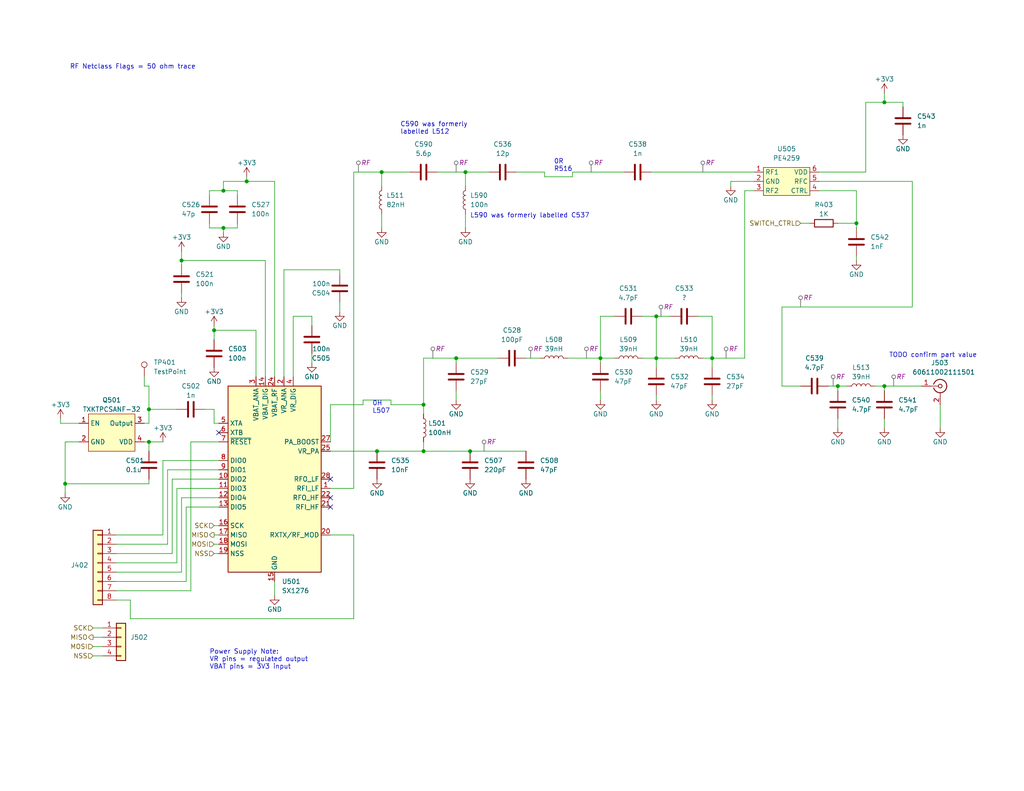
<source format=kicad_sch>
(kicad_sch (version 20230121) (generator eeschema)
  (paper "USLetter")
  (lib_symbols
    (symbol "BIRDS-X_Symbols_Lib:PE4259"
      (property "Reference" "U" (at -5.08 5.08 0))
      (property "Value" "PE4259" (at 0 -5.08 0))
      (symbol "PE4259_1_1"
        (rectangle (start -6.35 3.81) (end 6.35 -3.81) (fill (type background)))
        (pin bidirectional line (at -8.89 2.54 0) (length 2.54) (name "RF1") (number "1"))
        (pin power_in line (at -8.89 0 0) (length 2.54) (name "GND") (number "2"))
        (pin bidirectional line (at -8.89 -2.54 0) (length 2.54) (name "RF2") (number "3"))
        (pin input line (at 8.89 -2.54 180) (length 2.54) (name "CTRL") (number "4"))
        (pin bidirectional line (at 8.89 0 180) (length 2.54) (name "RFC") (number "5"))
        (pin power_in line (at 8.89 2.54 180) (length 2.54) (name "VDD") (number "6"))
      )
    )
    (symbol "BIRDS-X_Symbols_Lib:TXKTPCSANF-32"
      (property "Reference" "U" (at 0 -6.35 0))
      (symbol "TXKTPCSANF-32_1_1"
        (rectangle (start -6.35 5.08) (end 6.35 -5.08) (fill (type background)))
        (pin input line (at -8.89 2.54 0) (length 2.54) (name "EN") (number "1"))
        (pin power_in line (at -8.89 -2.54 0) (length 2.54) (name "GND") (number "2"))
        (pin output line (at 8.89 2.54 180) (length 2.54) (name "Output") (number "3"))
        (pin power_in line (at 8.89 -2.54 180) (length 2.54) (name "VDD") (number "4"))
      )
    )
    (symbol "Connector:Conn_Coaxial" (pin_names (offset 1.016) hide)
      (property "Reference" "J" (at 0.254 3.048 0))
      (property "Value" "Conn_Coaxial" (at 2.921 0 90))
      (symbol "Conn_Coaxial_0_1"
        (arc (start -1.778 -0.508) (mid 0.2311 -1.8066) (end 1.778 0) (stroke (width 0.254)))
        (polyline (pts (xy -2.54 0) (xy -0.508 0)))
        (polyline (pts (xy 0 -2.54) (xy 0 -1.778)))
        (circle (center 0 0) (radius 0.508) (stroke (width 0.2032)))
        (arc (start 1.778 0) (mid 0.2099 1.8101) (end -1.778 0.508) (stroke (width 0.254)))
      )
      (symbol "Conn_Coaxial_1_1"
        (pin passive line (at -5.08 0 0) (length 2.54) (name "In") (number "1"))
        (pin passive line (at 0 -5.08 90) (length 2.54) (name "Ext") (number "2"))
      )
    )
    (symbol "Connector:TestPoint" (pin_numbers hide) (pin_names (offset 0.762) hide)
      (property "Reference" "TP" (at 0 6.858 0))
      (property "Value" "TestPoint" (at 0 5.08 0))
      (symbol "TestPoint_0_1"
        (circle (center 0 3.302) (radius 0.762))
      )
      (symbol "TestPoint_1_1"
        (pin passive line (at 0 0 90) (length 2.54) (name "1") (number "1"))
      )
    )
    (symbol "Connector_Generic:Conn_01x04" (pin_names (offset 1.016) hide)
      (property "Reference" "J" (at 0 5.08 0))
      (property "Value" "Conn_01x04" (at 0 -7.62 0))
      (symbol "Conn_01x04_1_1"
        (rectangle (start -1.27 -4.953) (end 0 -5.207) (stroke (width 0.1524)))
        (rectangle (start -1.27 -2.413) (end 0 -2.667) (stroke (width 0.1524)))
        (rectangle (start -1.27 0.127) (end 0 -0.127) (stroke (width 0.1524)))
        (rectangle (start -1.27 2.667) (end 0 2.413) (stroke (width 0.1524)))
        (rectangle (start -1.27 3.81) (end 1.27 -6.35) (stroke (width 0.254)) (fill (type background)))
        (pin passive line (at -5.08 2.54 0) (length 3.81) (name "Pin_1") (number "1"))
        (pin passive line (at -5.08 0 0) (length 3.81) (name "Pin_2") (number "2"))
        (pin passive line (at -5.08 -2.54 0) (length 3.81) (name "Pin_3") (number "3"))
        (pin passive line (at -5.08 -5.08 0) (length 3.81) (name "Pin_4") (number "4"))
      )
    )
    (symbol "Connector_Generic:Conn_01x08" (pin_names (offset 1.016) hide)
      (property "Reference" "J" (at 0 10.16 0))
      (property "Value" "Conn_01x08" (at 0 -12.7 0))
      (symbol "Conn_01x08_1_1"
        (rectangle (start -1.27 -10.033) (end 0 -10.287) (stroke (width 0.1524)))
        (rectangle (start -1.27 -7.493) (end 0 -7.747) (stroke (width 0.1524)))
        (rectangle (start -1.27 -4.953) (end 0 -5.207) (stroke (width 0.1524)))
        (rectangle (start -1.27 -2.413) (end 0 -2.667) (stroke (width 0.1524)))
        (rectangle (start -1.27 0.127) (end 0 -0.127) (stroke (width 0.1524)))
        (rectangle (start -1.27 2.667) (end 0 2.413) (stroke (width 0.1524)))
        (rectangle (start -1.27 5.207) (end 0 4.953) (stroke (width 0.1524)))
        (rectangle (start -1.27 7.747) (end 0 7.493) (stroke (width 0.1524)))
        (rectangle (start -1.27 8.89) (end 1.27 -11.43) (stroke (width 0.254)) (fill (type background)))
        (pin passive line (at -5.08 7.62 0) (length 3.81) (name "Pin_1") (number "1"))
        (pin passive line (at -5.08 5.08 0) (length 3.81) (name "Pin_2") (number "2"))
        (pin passive line (at -5.08 2.54 0) (length 3.81) (name "Pin_3") (number "3"))
        (pin passive line (at -5.08 0 0) (length 3.81) (name "Pin_4") (number "4"))
        (pin passive line (at -5.08 -2.54 0) (length 3.81) (name "Pin_5") (number "5"))
        (pin passive line (at -5.08 -5.08 0) (length 3.81) (name "Pin_6") (number "6"))
        (pin passive line (at -5.08 -7.62 0) (length 3.81) (name "Pin_7") (number "7"))
        (pin passive line (at -5.08 -10.16 0) (length 3.81) (name "Pin_8") (number "8"))
      )
    )
    (symbol "Device:C" (pin_numbers hide) (pin_names (offset 0.254))
      (property "Reference" "C" (at 0.635 2.54 0))
      (property "Value" "C" (at 0.635 -2.54 0))
      (symbol "C_0_1"
        (polyline (pts (xy -2.032 -0.762) (xy 2.032 -0.762)) (stroke (width 0.508)))
        (polyline (pts (xy -2.032 0.762) (xy 2.032 0.762)) (stroke (width 0.508)))
      )
      (symbol "C_1_1"
        (pin passive line (at 0 3.81 270) (length 2.794) (name "~") (number "1"))
        (pin passive line (at 0 -3.81 90) (length 2.794) (name "~") (number "2"))
      )
    )
    (symbol "Device:L" (pin_numbers hide) (pin_names (offset 1.016) hide)
      (property "Reference" "L" (at -1.27 0 90))
      (property "Value" "L" (at 1.905 0 90))
      (symbol "L_0_1"
        (arc (start 0 -2.54) (mid 0.6323 -1.905) (end 0 -1.27))
        (arc (start 0 -1.27) (mid 0.6323 -0.635) (end 0 0))
        (arc (start 0 0) (mid 0.6323 0.635) (end 0 1.27))
        (arc (start 0 1.27) (mid 0.6323 1.905) (end 0 2.54))
      )
      (symbol "L_1_1"
        (pin passive line (at 0 3.81 270) (length 1.27) (name "1") (number "1"))
        (pin passive line (at 0 -3.81 90) (length 1.27) (name "2") (number "2"))
      )
    )
    (symbol "Device:R" (pin_numbers hide) (pin_names (offset 0))
      (property "Reference" "R" (at 2.032 0 90))
      (property "Value" "R" (at 0 0 90))
      (symbol "R_0_1"
        (rectangle (start -1.016 -2.54) (end 1.016 2.54) (stroke (width 0.254)))
      )
      (symbol "R_1_1"
        (pin passive line (at 0 3.81 270) (length 1.27) (name "~") (number "1"))
        (pin passive line (at 0 -3.81 90) (length 1.27) (name "~") (number "2"))
      )
    )
    (symbol "RF:SX1276"
      (property "Reference" "U" (at 13.97 24.13 0))
      (property "Value" "SX1276" (at 13.97 21.59 0))
      (symbol "SX1276_0_1"
        (rectangle (start -12.7 25.4) (end 12.7 -25.4) (stroke (width 0.254)) (fill (type background)))
      )
      (symbol "SX1276_1_1"
        (pin input line (at 15.24 -2.54 180) (length 2.54) (name "RFI_LF") (number "1"))
        (pin bidirectional line (at -15.24 0 0) (length 2.54) (name "DIO2") (number "10"))
        (pin bidirectional line (at -15.24 -2.54 0) (length 2.54) (name "DIO3") (number "11"))
        (pin bidirectional line (at -15.24 -5.08 0) (length 2.54) (name "DIO4") (number "12"))
        (pin bidirectional line (at -15.24 -7.62 0) (length 2.54) (name "DIO5") (number "13"))
        (pin power_in line (at -2.54 27.94 270) (length 2.54) (name "VBAT_DIG") (number "14"))
        (pin power_in line (at 0 -27.94 90) (length 2.54) (name "GND") (number "15"))
        (pin input line (at -15.24 -12.7 0) (length 2.54) (name "SCK") (number "16"))
        (pin output line (at -15.24 -15.24 0) (length 2.54) (name "MISO") (number "17"))
        (pin input line (at -15.24 -17.78 0) (length 2.54) (name "MOSI") (number "18"))
        (pin input line (at -15.24 -20.32 0) (length 2.54) (name "NSS") (number "19"))
        (pin power_in line (at 2.54 27.94 270) (length 2.54) (name "VR_ANA") (number "2"))
        (pin output line (at 15.24 -15.24 180) (length 2.54) (name "RXTX/RF_MOD") (number "20"))
        (pin input line (at 15.24 -7.62 180) (length 2.54) (name "RFI_HF") (number "21"))
        (pin output line (at 15.24 -5.08 180) (length 2.54) (name "RFO_HF") (number "22"))
        (pin passive line (at 0 -27.94 90) (length 2.54) hide (name "GND") (number "23"))
        (pin power_in line (at 0 27.94 270) (length 2.54) (name "VBAT_RF") (number "24"))
        (pin power_out line (at 15.24 7.62 180) (length 2.54) (name "VR_PA") (number "25"))
        (pin passive line (at 0 -27.94 90) (length 2.54) hide (name "GND") (number "26"))
        (pin power_out line (at 15.24 10.16 180) (length 2.54) (name "PA_BOOST") (number "27"))
        (pin output line (at 15.24 0 180) (length 2.54) (name "RFO_LF") (number "28"))
        (pin passive line (at 0 -27.94 90) (length 2.54) hide (name "GND") (number "29"))
        (pin power_in line (at -5.08 27.94 270) (length 2.54) (name "VBAT_ANA") (number "3"))
        (pin power_in line (at 5.08 27.94 270) (length 2.54) (name "VR_DIG") (number "4"))
        (pin bidirectional line (at -15.24 15.24 0) (length 2.54) (name "XTA") (number "5"))
        (pin bidirectional line (at -15.24 12.7 0) (length 2.54) (name "XTB") (number "6"))
        (pin input line (at -15.24 10.16 0) (length 2.54) (name "~{RESET}") (number "7"))
        (pin bidirectional line (at -15.24 5.08 0) (length 2.54) (name "DIO0") (number "8"))
        (pin bidirectional line (at -15.24 2.54 0) (length 2.54) (name "DIO1") (number "9"))
      )
    )
    (symbol "power:+3V3" (power) (pin_names (offset 0))
      (property "Value" "+3V3" (at 0 3.556 0))
      (symbol "+3V3_0_1"
        (polyline (pts (xy -0.762 1.27) (xy 0 2.54)))
        (polyline (pts (xy 0 0) (xy 0 2.54)))
        (polyline (pts (xy 0 2.54) (xy 0.762 1.27)))
      )
      (symbol "+3V3_1_1"
        (pin power_in line (at 0 0 90) (length 0) hide (name "+3V3") (number "1"))
      )
    )
    (symbol "power:GND" (power) (pin_names (offset 0))
      (property "Value" "GND" (at 0 -3.81 0))
      (symbol "GND_0_1"
        (polyline (pts (xy 0 0) (xy 0 -1.27) (xy 1.27 -1.27) (xy 0 -2.54) (xy -1.27 -1.27) (xy 0 -1.27)))
      )
      (symbol "GND_1_1"
        (pin power_in line (at 0 0 270) (length 0) hide (name "GND") (number "1"))
      )
    )
  )
  (junction (at 40.64 111.76))
  (junction (at 115.57 110.49))
  (junction (at 127 46.99))
  (junction (at 49.53 71.12))
  (junction (at 241.3 105.41))
  (junction (at 67.31 49.53))
  (junction (at 241.3 27.94))
  (junction (at 102.87 123.19))
  (junction (at 179.07 86.36))
  (junction (at 194.31 97.79))
  (junction (at 179.07 97.79))
  (junction (at 40.64 120.65))
  (junction (at 60.96 62.23))
  (junction (at 228.6 105.41))
  (junction (at 58.42 90.17))
  (junction (at 60.96 52.07))
  (junction (at 163.83 97.79))
  (junction (at 128.27 123.19))
  (junction (at 233.68 60.96))
  (junction (at 104.14 46.99))
  (junction (at 17.78 132.08))
  (junction (at 124.46 97.79))
  (junction (at 115.57 123.19))
  (no_connect (at 59.69 118.11))
  (no_connect (at 90.17 130.81))
  (no_connect (at 90.17 135.89))
  (no_connect (at 90.17 138.43))
  (wire (pts (xy 106.68 109.22) (xy 106.68 110.49)))
  (wire (pts (xy 60.96 62.23) (xy 64.77 62.23)))
  (wire (pts (xy 96.52 146.05) (xy 96.52 168.91)))
  (wire (pts (xy 163.83 97.79) (xy 163.83 86.36)))
  (wire (pts (xy 46.99 130.81) (xy 46.99 151.13)))
  (wire (pts (xy 49.53 135.89) (xy 49.53 156.21)))
  (wire (pts (xy 190.5 86.36) (xy 194.31 86.36)))
  (wire (pts (xy 99.06 110.49) (xy 99.06 109.22)))
  (wire (pts (xy 156.21 46.99) (xy 170.18 46.99)))
  (wire (pts (xy 179.07 86.36) (xy 179.07 97.79)))
  (wire (pts (xy 57.15 52.07) (xy 57.15 53.34)))
  (wire (pts (xy 59.69 128.27) (xy 45.72 128.27)))
  (wire (pts (xy 179.07 109.22) (xy 179.07 107.95)))
  (wire (pts (xy 17.78 132.08) (xy 17.78 134.62)))
  (wire (pts (xy 154.94 97.79) (xy 163.83 97.79)))
  (wire (pts (xy 16.51 114.3) (xy 16.51 115.57)))
  (wire (pts (xy 16.51 115.57) (xy 21.59 115.57)))
  (wire (pts (xy 40.64 111.76) (xy 48.26 111.76)))
  (wire (pts (xy 25.4 173.99) (xy 27.94 173.99)))
  (wire (pts (xy 17.78 120.65) (xy 17.78 132.08)))
  (wire (pts (xy 52.07 120.65) (xy 59.69 120.65)))
  (wire (pts (xy 40.64 123.19) (xy 40.64 120.65)))
  (wire (pts (xy 90.17 120.65) (xy 90.17 110.49)))
  (wire (pts (xy 92.71 82.55) (xy 92.71 85.09)))
  (wire (pts (xy 58.42 151.13) (xy 59.69 151.13)))
  (wire (pts (xy 35.56 163.83) (xy 31.75 163.83)))
  (wire (pts (xy 90.17 123.19) (xy 102.87 123.19)))
  (wire (pts (xy 199.39 50.8) (xy 199.39 49.53)))
  (wire (pts (xy 228.6 114.3) (xy 228.6 116.84)))
  (wire (pts (xy 58.42 143.51) (xy 59.69 143.51)))
  (wire (pts (xy 163.83 97.79) (xy 167.64 97.79)))
  (wire (pts (xy 233.68 60.96) (xy 233.68 62.23)))
  (wire (pts (xy 64.77 60.96) (xy 64.77 62.23)))
  (wire (pts (xy 35.56 168.91) (xy 35.56 163.83)))
  (wire (pts (xy 241.3 25.4) (xy 241.3 27.94)))
  (wire (pts (xy 241.3 27.94) (xy 246.38 27.94)))
  (wire (pts (xy 175.26 97.79) (xy 179.07 97.79)))
  (wire (pts (xy 194.31 97.79) (xy 203.2 97.79)))
  (wire (pts (xy 233.68 71.12) (xy 233.68 69.85)))
  (wire (pts (xy 179.07 97.79) (xy 184.15 97.79)))
  (wire (pts (xy 50.8 138.43) (xy 50.8 158.75)))
  (wire (pts (xy 74.93 102.87) (xy 74.93 49.53)))
  (wire (pts (xy 256.54 110.49) (xy 256.54 116.84)))
  (wire (pts (xy 115.57 120.65) (xy 115.57 123.19)))
  (wire (pts (xy 127 46.99) (xy 119.38 46.99)))
  (wire (pts (xy 58.42 88.9) (xy 58.42 90.17)))
  (wire (pts (xy 115.57 97.79) (xy 124.46 97.79)))
  (wire (pts (xy 148.59 46.99) (xy 140.97 46.99)))
  (wire (pts (xy 236.22 46.99) (xy 236.22 27.94)))
  (wire (pts (xy 228.6 105.41) (xy 231.14 105.41)))
  (wire (pts (xy 228.6 105.41) (xy 228.6 106.68)))
  (wire (pts (xy 156.21 46.99) (xy 156.21 48.26)))
  (wire (pts (xy 25.4 171.45) (xy 27.94 171.45)))
  (wire (pts (xy 40.64 115.57) (xy 40.64 111.76)))
  (wire (pts (xy 25.4 176.53) (xy 27.94 176.53)))
  (wire (pts (xy 223.52 49.53) (xy 248.92 49.53)))
  (wire (pts (xy 177.8 46.99) (xy 205.74 46.99)))
  (wire (pts (xy 163.83 86.36) (xy 167.64 86.36)))
  (wire (pts (xy 77.47 73.66) (xy 77.47 102.87)))
  (wire (pts (xy 40.64 105.41) (xy 40.64 111.76)))
  (wire (pts (xy 246.38 27.94) (xy 246.38 29.21)))
  (wire (pts (xy 31.75 158.75) (xy 50.8 158.75)))
  (wire (pts (xy 194.31 97.79) (xy 194.31 100.33)))
  (wire (pts (xy 48.26 153.67) (xy 31.75 153.67)))
  (wire (pts (xy 148.59 46.99) (xy 148.59 48.26)))
  (wire (pts (xy 48.26 133.35) (xy 48.26 153.67)))
  (wire (pts (xy 44.45 146.05) (xy 31.75 146.05)))
  (wire (pts (xy 17.78 132.08) (xy 40.64 132.08)))
  (wire (pts (xy 49.53 68.58) (xy 49.53 71.12)))
  (wire (pts (xy 59.69 130.81) (xy 46.99 130.81)))
  (wire (pts (xy 80.01 86.36) (xy 80.01 102.87)))
  (wire (pts (xy 45.72 148.59) (xy 31.75 148.59)))
  (wire (pts (xy 233.68 52.07) (xy 223.52 52.07)))
  (wire (pts (xy 39.37 120.65) (xy 40.64 120.65)))
  (wire (pts (xy 40.64 132.08) (xy 40.64 130.81)))
  (wire (pts (xy 25.4 179.07) (xy 27.94 179.07)))
  (wire (pts (xy 72.39 71.12) (xy 72.39 102.87)))
  (wire (pts (xy 40.64 105.41) (xy 39.37 105.41)))
  (wire (pts (xy 96.52 46.99) (xy 96.52 133.35)))
  (wire (pts (xy 39.37 115.57) (xy 40.64 115.57)))
  (wire (pts (xy 199.39 49.53) (xy 205.74 49.53)))
  (wire (pts (xy 49.53 156.21) (xy 31.75 156.21)))
  (wire (pts (xy 57.15 60.96) (xy 57.15 62.23)))
  (wire (pts (xy 92.71 73.66) (xy 92.71 74.93)))
  (wire (pts (xy 104.14 58.42) (xy 104.14 62.23)))
  (wire (pts (xy 90.17 146.05) (xy 96.52 146.05)))
  (wire (pts (xy 241.3 114.3) (xy 241.3 116.84)))
  (wire (pts (xy 55.88 111.76) (xy 58.42 111.76)))
  (wire (pts (xy 60.96 62.23) (xy 60.96 63.5)))
  (wire (pts (xy 69.85 90.17) (xy 58.42 90.17)))
  (wire (pts (xy 58.42 90.17) (xy 58.42 92.71)))
  (wire (pts (xy 143.51 97.79) (xy 147.32 97.79)))
  (wire (pts (xy 99.06 109.22) (xy 106.68 109.22)))
  (wire (pts (xy 106.68 110.49) (xy 115.57 110.49)))
  (wire (pts (xy 58.42 146.05) (xy 59.69 146.05)))
  (wire (pts (xy 60.96 49.53) (xy 60.96 52.07)))
  (wire (pts (xy 59.69 135.89) (xy 49.53 135.89)))
  (wire (pts (xy 148.59 48.26) (xy 156.21 48.26)))
  (wire (pts (xy 96.52 168.91) (xy 35.56 168.91)))
  (wire (pts (xy 96.52 133.35) (xy 90.17 133.35)))
  (wire (pts (xy 39.37 102.87) (xy 39.37 105.41)))
  (wire (pts (xy 179.07 86.36) (xy 182.88 86.36)))
  (wire (pts (xy 236.22 27.94) (xy 241.3 27.94)))
  (wire (pts (xy 133.35 46.99) (xy 127 46.99)))
  (wire (pts (xy 49.53 71.12) (xy 49.53 72.39)))
  (wire (pts (xy 115.57 123.19) (xy 128.27 123.19)))
  (wire (pts (xy 21.59 120.65) (xy 17.78 120.65)))
  (wire (pts (xy 128.27 123.19) (xy 143.51 123.19)))
  (wire (pts (xy 124.46 97.79) (xy 135.89 97.79)))
  (wire (pts (xy 179.07 97.79) (xy 179.07 100.33)))
  (wire (pts (xy 111.76 46.99) (xy 104.14 46.99)))
  (wire (pts (xy 57.15 62.23) (xy 60.96 62.23)))
  (wire (pts (xy 241.3 105.41) (xy 251.46 105.41)))
  (wire (pts (xy 124.46 99.06) (xy 124.46 97.79)))
  (wire (pts (xy 213.36 105.41) (xy 218.44 105.41)))
  (wire (pts (xy 127 58.42) (xy 127 62.23)))
  (wire (pts (xy 49.53 80.01) (xy 49.53 81.28)))
  (wire (pts (xy 67.31 48.26) (xy 67.31 49.53)))
  (wire (pts (xy 115.57 110.49) (xy 115.57 113.03)))
  (wire (pts (xy 85.09 96.52) (xy 85.09 99.06)))
  (wire (pts (xy 115.57 110.49) (xy 115.57 97.79)))
  (wire (pts (xy 163.83 109.22) (xy 163.83 106.68)))
  (wire (pts (xy 124.46 106.68) (xy 124.46 109.22)))
  (wire (pts (xy 40.64 120.65) (xy 44.45 120.65)))
  (wire (pts (xy 52.07 161.29) (xy 31.75 161.29)))
  (wire (pts (xy 226.06 105.41) (xy 228.6 105.41)))
  (wire (pts (xy 72.39 71.12) (xy 49.53 71.12)))
  (wire (pts (xy 90.17 110.49) (xy 99.06 110.49)))
  (wire (pts (xy 64.77 52.07) (xy 64.77 53.34)))
  (wire (pts (xy 104.14 46.99) (xy 96.52 46.99)))
  (wire (pts (xy 163.83 99.06) (xy 163.83 97.79)))
  (wire (pts (xy 203.2 52.07) (xy 205.74 52.07)))
  (wire (pts (xy 46.99 151.13) (xy 31.75 151.13)))
  (wire (pts (xy 59.69 125.73) (xy 44.45 125.73)))
  (wire (pts (xy 194.31 109.22) (xy 194.31 107.95)))
  (wire (pts (xy 102.87 123.19) (xy 115.57 123.19)))
  (wire (pts (xy 58.42 111.76) (xy 58.42 115.57)))
  (wire (pts (xy 218.44 60.96) (xy 220.98 60.96)))
  (wire (pts (xy 194.31 86.36) (xy 194.31 97.79)))
  (wire (pts (xy 228.6 60.96) (xy 233.68 60.96)))
  (wire (pts (xy 85.09 86.36) (xy 80.01 86.36)))
  (wire (pts (xy 45.72 128.27) (xy 45.72 148.59)))
  (wire (pts (xy 69.85 102.87) (xy 69.85 90.17)))
  (wire (pts (xy 223.52 46.99) (xy 236.22 46.99)))
  (wire (pts (xy 127 46.99) (xy 127 50.8)))
  (wire (pts (xy 213.36 83.82) (xy 213.36 105.41)))
  (wire (pts (xy 241.3 105.41) (xy 241.3 106.68)))
  (wire (pts (xy 248.92 83.82) (xy 213.36 83.82)))
  (wire (pts (xy 203.2 97.79) (xy 203.2 52.07)))
  (wire (pts (xy 233.68 52.07) (xy 233.68 60.96)))
  (wire (pts (xy 74.93 49.53) (xy 67.31 49.53)))
  (wire (pts (xy 175.26 86.36) (xy 179.07 86.36)))
  (wire (pts (xy 74.93 158.75) (xy 74.93 162.56)))
  (wire (pts (xy 92.71 73.66) (xy 77.47 73.66)))
  (wire (pts (xy 44.45 125.73) (xy 44.45 146.05)))
  (wire (pts (xy 52.07 120.65) (xy 52.07 161.29)))
  (wire (pts (xy 85.09 88.9) (xy 85.09 86.36)))
  (wire (pts (xy 60.96 52.07) (xy 57.15 52.07)))
  (wire (pts (xy 104.14 46.99) (xy 104.14 50.8)))
  (wire (pts (xy 59.69 138.43) (xy 50.8 138.43)))
  (wire (pts (xy 58.42 115.57) (xy 59.69 115.57)))
  (wire (pts (xy 67.31 49.53) (xy 60.96 49.53)))
  (wire (pts (xy 248.92 49.53) (xy 248.92 83.82)))
  (wire (pts (xy 191.77 97.79) (xy 194.31 97.79)))
  (wire (pts (xy 58.42 148.59) (xy 59.69 148.59)))
  (wire (pts (xy 238.76 105.41) (xy 241.3 105.41)))
  (wire (pts (xy 59.69 133.35) (xy 48.26 133.35)))
  (wire (pts (xy 60.96 52.07) (xy 64.77 52.07)))
  (text "TODO confirm part value" (at 242.57 97.79 0) (effects (font (size 1.27 1.27)) (justify left bottom)))
  (text "0R\nR516" (at 151.13 46.99 0) (effects (font (size 1.27 1.27)) (justify left bottom)))
  (text "0H\nL507" (at 101.6 113.03 0) (effects (font (size 1.27 1.27)) (justify left bottom)))
  (text "Power Supply Note:\nVR pins = regulated output\nVBAT pins = 3V3 input" (at 57.15 182.88 0) (effects (font (size 1.27 1.27)) (justify left bottom)))
  (text "L590 was formerly labelled C537" (at 128.27 59.69 0) (effects (font (size 1.27 1.27)) (justify left bottom)))
  (text "RF Netclass Flags = 50 ohm trace" (at 19.05 19.05 0) (effects (font (size 1.27 1.27)) (justify left bottom)))
  (text "C590 was formerly\nlabelled L512" (at 109.22 36.83 0) (effects (font (size 1.27 1.27)) (justify left bottom)))
  (hierarchical_label "SCK" (shape input) (at 58.42 143.51 180))
  (hierarchical_label "MOSI" (shape input) (at 25.4 176.53 180))
  (hierarchical_label "SCK" (shape input) (at 25.4 171.45 180))
  (hierarchical_label "NSS" (shape input) (at 25.4 179.07 180))
  (hierarchical_label "MISO" (shape output) (at 58.42 146.05 180))
  (hierarchical_label "MOSI" (shape input) (at 58.42 148.59 180))
  (hierarchical_label "SWITCH_CTRL" (shape input) (at 218.44 60.96 180))
  (hierarchical_label "MISO" (shape output) (at 25.4 173.99 180))
  (hierarchical_label "NSS" (shape input) (at 58.42 151.13 180))
  (netclass_flag "" (length 2.54) (shape round) (at 198.12 97.79 0) (property "Netclass" "RF" (at 198.8185 95.25 0) (effects (font italic) (justify left))))
  (netclass_flag "" (length 2.54) (shape round) (at 144.78 97.79 0) (property "Netclass" "RF" (at 145.4785 95.25 0) (effects (font italic) (justify left))))
  (netclass_flag "" (length 2.54) (shape round) (at 180.34 86.36 0) (property "Netclass" "RF" (at 181.0385 83.82 0) (effects (font italic) (justify left))))
  (netclass_flag "" (length 2.54) (shape round) (at 161.29 46.99 0) (property "Netclass" "RF" (at 161.9885 44.45 0) (effects (font italic) (justify left))))
  (netclass_flag "" (length 2.54) (shape round) (at 227.33 105.41 0) (property "Netclass" "RF" (at 228.0285 102.87 0) (effects (font italic) (justify left))))
  (netclass_flag "" (length 2.54) (shape round) (at 160.02 97.79 0) (property "Netclass" "RF" (at 160.7185 95.25 0) (effects (font italic) (justify left))))
  (netclass_flag "" (length 2.54) (shape round) (at 243.84 105.41 0) (property "Netclass" "RF" (at 244.5385 102.87 0) (effects (font italic) (justify left))))
  (netclass_flag "" (length 2.54) (shape round) (at 218.44 83.82 0) (property "Netclass" "RF" (at 219.1385 81.28 0) (effects (font italic) (justify left))))
  (netclass_flag "" (length 2.54) (shape round) (at 124.46 46.99 0) (property "Netclass" "RF" (at 125.1585 44.45 0) (effects (font italic) (justify left))))
  (netclass_flag "" (length 2.54) (shape round) (at 97.79 46.99 0) (property "Netclass" "RF" (at 98.4885 44.45 0) (effects (font italic) (justify left))))
  (netclass_flag "" (length 2.54) (shape round) (at 118.11 97.79 0) (property "Netclass" "RF" (at 118.8085 95.25 0) (effects (font italic) (justify left))))
  (netclass_flag "" (length 2.54) (shape round) (at 132.08 123.19 0) (property "Netclass" "RF" (at 132.7785 120.65 0) (effects (font italic) (justify left))))
  (netclass_flag "" (length 2.54) (shape round) (at 191.77 46.99 0) (property "Netclass" "RF" (at 192.4685 44.45 0) (effects (font italic) (justify left))))
  (symbol (lib_id "Connector:TestPoint") (at 39.37 102.87 0) (unit 1)
    (property "Reference" "TP401" (at 41.91 98.933 0) (effects (justify left)))
    (property "Value" "TestPoint" (at 41.91 101.473 0) (effects (justify left)))
    (property "Footprint" "TestPoint:TestPoint_Pad_D1.0mm" (effects hide))
    (instances (project "BIRDS-X-PCB" (path "" (reference "TP401") (unit 1)) (path "" (reference "TP501") (unit 1))))
  )
  (symbol (lib_id "Device:L") (at 151.13 97.79 90) (unit 1)
    (property "Reference" "L508" (at 151.13 92.71 90))
    (property "Value" "39nH" (at 151.13 95.25 90))
    (property "Footprint" "Inductor_SMD:L_0603_1608Metric_Pad1.05x0.95mm_HandSolder" (effects hide))
  )
  (symbol (lib_id "power:GND") (at 92.71 85.09 0) (unit 1)
    (property "Reference" "#PWR08" (effects hide))
    (property "Value" "GND" (at 92.71 88.9 0))
    (instances (project "BIRDS-X-PCB" (path "" (reference "#PWR08") (unit 1)) (path "" (reference "#PWR0217") (unit 1)) (path "" (reference "#PWR0122") (unit 1))))
  )
  (symbol (lib_id "Device:C") (at 186.69 86.36 90) (unit 1)
    (property "Reference" "C533" (at 186.69 78.74 90))
    (property "Value" "?" (at 186.69 81.28 90))
    (property "Footprint" "Capacitor_SMD:C_0603_1608Metric_Pad1.08x0.95mm_HandSolder" (effects hide))
  )
  (symbol (lib_id "Device:C") (at 58.42 96.52 0) (unit 1)
    (property "Reference" "C503" (at 62.23 95.25 0) (effects (justify left)))
    (property "Value" "100n" (at 62.23 97.79 0) (effects (justify left)))
    (property "Footprint" "Capacitor_SMD:C_0603_1608Metric_Pad1.08x0.95mm_HandSolder" (effects hide))
  )
  (symbol (lib_id "power:+3V3") (at 241.3 25.4 0) (unit 1)
    (property "Reference" "#PWR0419" (effects hide))
    (property "Value" "+3V3" (at 241.3 21.59 0))
    (instances (project "BIRDS-X-PCB" (path "" (reference "#PWR0419") (unit 1)) (path "" (reference "#PWR0501") (unit 1))))
  )
  (symbol (lib_id "Device:C") (at 115.57 46.99 90) (unit 1)
    (property "Reference" "C590" (at 115.57 39.37 90))
    (property "Value" "5.6p" (at 115.57 41.91 90))
    (property "Footprint" "Capacitor_SMD:C_0603_1608Metric_Pad1.08x0.95mm_HandSolder" (effects hide))
  )
  (symbol (lib_id "power:GND") (at 85.09 99.06 0) (unit 1)
    (property "Reference" "#PWR08" (effects hide))
    (property "Value" "GND" (at 85.09 102.87 0))
    (instances (project "BIRDS-X-PCB" (path "" (reference "#PWR08") (unit 1)) (path "" (reference "#PWR0217") (unit 1)) (path "" (reference "#PWR0123") (unit 1))))
  )
  (symbol (lib_id "Device:C") (at 143.51 127 0) (unit 1)
    (property "Reference" "C508" (at 147.32 125.73 0) (effects (justify left)))
    (property "Value" "47pF" (at 147.32 128.27 0) (effects (justify left)))
    (property "Footprint" "Capacitor_SMD:C_0603_1608Metric_Pad1.08x0.95mm_HandSolder" (effects hide))
  )
  (symbol (lib_id "Connector:Conn_Coaxial") (at 256.54 105.41 0) (unit 1)
    (property "Reference" "J503" (at 254 99.06 0) (effects (justify left)))
    (property "Value" "60611002111501" (at 248.92 101.6 0) (effects (justify left)))
    (property "Footprint" "Connector_Coaxial:SMA_Amphenol_901-143_Horizontal" (effects hide))
    (property "Datasheet" " ~" (effects hide))
  )
  (symbol (lib_id "Device:C") (at 179.07 104.14 180) (unit 1)
    (property "Reference" "C532" (at 182.88 102.87 0) (effects (justify right)))
    (property "Value" "47pF" (at 182.88 105.41 0) (effects (justify right)))
    (property "Footprint" "Capacitor_SMD:C_0603_1608Metric_Pad1.08x0.95mm_HandSolder" (effects hide))
  )
  (symbol (lib_id "power:+3V3") (at 58.42 88.9 0) (unit 1)
    (property "Reference" "#PWR0419" (effects hide))
    (property "Value" "+3V3" (at 58.42 85.09 0))
    (instances (project "BIRDS-X-PCB" (path "" (reference "#PWR0419") (unit 1)) (path "" (reference "#PWR0116") (unit 1))))
  )
  (symbol (lib_id "power:GND") (at 179.07 109.22 0) (unit 1)
    (property "Reference" "#PWR08" (effects hide))
    (property "Value" "GND" (at 179.07 113.03 0))
    (instances (project "BIRDS-X-PCB" (path "" (reference "#PWR08") (unit 1)) (path "" (reference "#PWR0217") (unit 1)) (path "" (reference "#PWR0109") (unit 1))))
  )
  (symbol (lib_id "Device:C") (at 233.68 66.04 180) (unit 1)
    (property "Reference" "C542" (at 237.49 64.77 0) (effects (justify right)))
    (property "Value" "1nF" (at 237.49 67.31 0) (effects (justify right)))
    (property "Footprint" "Capacitor_SMD:C_0603_1608Metric_Pad1.08x0.95mm_HandSolder" (effects hide))
  )
  (symbol (lib_id "power:GND") (at 241.3 116.84 0) (unit 1)
    (property "Reference" "#PWR08" (effects hide))
    (property "Value" "GND" (at 241.3 120.65 0))
    (instances (project "BIRDS-X-PCB" (path "" (reference "#PWR08") (unit 1)) (path "" (reference "#PWR0217") (unit 1)) (path "" (reference "#PWR0106") (unit 1))))
  )
  (symbol (lib_id "power:GND") (at 256.54 116.84 0) (unit 1)
    (property "Reference" "#PWR08" (effects hide))
    (property "Value" "GND" (at 256.54 120.65 0))
    (instances (project "BIRDS-X-PCB" (path "" (reference "#PWR08") (unit 1)) (path "" (reference "#PWR0217") (unit 1)) (path "" (reference "#PWR0105") (unit 1))))
  )
  (symbol (lib_id "power:GND") (at 194.31 109.22 0) (unit 1)
    (property "Reference" "#PWR08" (effects hide))
    (property "Value" "GND" (at 194.31 113.03 0))
    (instances (project "BIRDS-X-PCB" (path "" (reference "#PWR08") (unit 1)) (path "" (reference "#PWR0217") (unit 1)) (path "" (reference "#PWR0110") (unit 1))))
  )
  (symbol (lib_id "BIRDS-X_Symbols_Lib:TXKTPCSANF-32") (at 30.48 118.11 0) (unit 1)
    (property "Reference" "Q501" (at 30.48 109.22 0))
    (property "Value" "TXKTPCSANF-32" (at 30.48 111.76 0))
    (property "Footprint" "Crystal:Crystal_SMD_3225-4Pin_3.2x2.5mm" (effects hide))
  )
  (symbol (lib_id "power:GND") (at 233.68 71.12 0) (unit 1)
    (property "Reference" "#PWR08" (effects hide))
    (property "Value" "GND" (at 233.68 74.93 0))
    (instances (project "BIRDS-X-PCB" (path "" (reference "#PWR08") (unit 1)) (path "" (reference "#PWR0217") (unit 1)) (path "" (reference "#PWR0102") (unit 1))))
  )
  (symbol (lib_id "Device:L") (at 171.45 97.79 90) (unit 1)
    (property "Reference" "L509" (at 171.45 92.71 90))
    (property "Value" "39nH" (at 171.45 95.25 90))
    (property "Footprint" "Inductor_SMD:L_0603_1608Metric_Pad1.05x0.95mm_HandSolder" (effects hide))
  )
  (symbol (lib_id "power:GND") (at 199.39 50.8 0) (unit 1)
    (property "Reference" "#PWR08" (effects hide))
    (property "Value" "GND" (at 199.39 54.61 0))
    (instances (project "BIRDS-X-PCB" (path "" (reference "#PWR08") (unit 1)) (path "" (reference "#PWR0217") (unit 1)) (path "" (reference "#PWR0107") (unit 1))))
  )
  (symbol (lib_id "Device:R") (at 224.79 60.96 90) (unit 1)
    (property "Reference" "R403" (at 224.79 55.88 90))
    (property "Value" "1K" (at 224.79 58.42 90))
    (property "Footprint" "Resistor_SMD:R_0603_1608Metric_Pad0.98x0.95mm_HandSolder" (effects hide))
    (instances (project "BIRDS-X-PCB" (path "" (reference "R403") (unit 1)) (path "" (reference "R515") (unit 1))))
  )
  (symbol (lib_id "power:+3V3") (at 49.53 68.58 0) (unit 1)
    (property "Reference" "#PWR0419" (effects hide))
    (property "Value" "+3V3" (at 49.53 64.77 0))
    (instances (project "BIRDS-X-PCB" (path "" (reference "#PWR0419") (unit 1)) (path "" (reference "#PWR0118") (unit 1))))
  )
  (symbol (lib_id "power:GND") (at 102.87 130.81 0) (unit 1)
    (property "Reference" "#PWR08" (effects hide))
    (property "Value" "GND" (at 102.87 134.62 0))
    (instances (project "BIRDS-X-PCB" (path "" (reference "#PWR08") (unit 1)) (path "" (reference "#PWR0217") (unit 1)) (path "" (reference "#PWR0115") (unit 1))))
  )
  (symbol (lib_id "Device:C") (at 228.6 110.49 180) (unit 1)
    (property "Reference" "C540" (at 232.41 109.22 0) (effects (justify right)))
    (property "Value" "4.7pF" (at 232.41 111.76 0) (effects (justify right)))
    (property "Footprint" "Capacitor_SMD:C_0603_1608Metric_Pad1.08x0.95mm_HandSolder" (effects hide))
  )
  (symbol (lib_id "Connector_Generic:Conn_01x08") (at 26.67 153.67 0) (mirror y) (unit 1)
    (property "Reference" "J402" (at 24.13 154.305 0) (effects (justify left)))
    (property "Value" "Conn_01x08" (effects hide))
    (property "Footprint" "Connector_PinHeader_1.27mm:PinHeader_1x08_P1.27mm_Vertical" (effects hide))
    (instances (project "BIRDS-X-PCB" (path "" (reference "J402") (unit 1)) (path "" (reference "J501") (unit 1))))
  )
  (symbol (lib_id "Device:C") (at 139.7 97.79 90) (unit 1)
    (property "Reference" "C528" (at 139.7 90.17 90))
    (property "Value" "100pF" (at 139.7 92.71 90))
    (property "Footprint" "Capacitor_SMD:C_0603_1608Metric_Pad1.08x0.95mm_HandSolder" (effects hide))
  )
  (symbol (lib_id "Device:C") (at 92.71 78.74 0) (unit 1)
    (property "Reference" "C504" (at 90.17 80.01 0) (effects (justify right)))
    (property "Value" "100n" (at 90.17 77.47 0) (effects (justify right)))
    (property "Footprint" "Capacitor_SMD:C_0603_1608Metric_Pad1.08x0.95mm_HandSolder" (effects hide))
  )
  (symbol (lib_id "Device:C") (at 124.46 102.87 0) (unit 1)
    (property "Reference" "C529" (at 128.27 101.6 0) (effects (justify left)))
    (property "Value" "27pF" (at 128.27 104.14 0) (effects (justify left)))
    (property "Footprint" "Capacitor_SMD:C_0603_1608Metric_Pad1.08x0.95mm_HandSolder" (effects hide))
  )
  (symbol (lib_id "Device:C") (at 52.07 111.76 90) (unit 1)
    (property "Reference" "C502" (at 52.07 105.41 90))
    (property "Value" "1n" (at 52.07 107.95 90))
    (property "Footprint" "Capacitor_SMD:C_0603_1608Metric_Pad1.08x0.95mm_HandSolder" (effects hide))
  )
  (symbol (lib_id "Device:L") (at 234.95 105.41 90) (unit 1)
    (property "Reference" "L513" (at 234.95 100.33 90))
    (property "Value" "39nH" (at 234.95 102.87 90))
    (property "Footprint" "Inductor_SMD:L_0603_1608Metric_Pad1.05x0.95mm_HandSolder" (effects hide))
  )
  (symbol (lib_id "Device:L") (at 104.14 54.61 180) (unit 1)
    (property "Reference" "L511" (at 105.41 53.34 0) (effects (justify right)))
    (property "Value" "82nH" (at 105.41 55.88 0) (effects (justify right)))
    (property "Footprint" "Inductor_SMD:L_0603_1608Metric_Pad1.05x0.95mm_HandSolder" (effects hide))
  )
  (symbol (lib_id "Device:C") (at 40.64 127 0) (unit 1)
    (property "Reference" "C501" (at 34.29 125.73 0) (effects (justify left)))
    (property "Value" "0.1u" (at 34.29 128.27 0) (effects (justify left)))
    (property "Footprint" "Capacitor_SMD:C_0603_1608Metric_Pad1.08x0.95mm_HandSolder" (effects hide))
  )
  (symbol (lib_id "Device:C") (at 57.15 57.15 0) (unit 1)
    (property "Reference" "C526" (at 49.53 55.88 0) (effects (justify left)))
    (property "Value" "47p" (at 49.53 58.42 0) (effects (justify left)))
    (property "Footprint" "Capacitor_SMD:C_0603_1608Metric_Pad1.08x0.95mm_HandSolder" (effects hide))
  )
  (symbol (lib_id "Device:C") (at 241.3 110.49 180) (unit 1)
    (property "Reference" "C541" (at 245.11 109.22 0) (effects (justify right)))
    (property "Value" "4.7pF" (at 245.11 111.76 0) (effects (justify right)))
    (property "Footprint" "Capacitor_SMD:C_0603_1608Metric_Pad1.08x0.95mm_HandSolder" (effects hide))
  )
  (symbol (lib_id "BIRDS-X_Symbols_Lib:PE4259") (at 214.63 49.53 0) (unit 1)
    (property "Reference" "U505" (at 214.63 40.64 0))
    (property "Value" "PE4259" (at 214.63 43.18 0))
    (property "Footprint" "Package_TO_SOT_SMD:SOT-363_SC-70-6_Handsoldering" (effects hide))
    (property "LCSC" "C470892" (effects hide))
  )
  (symbol (lib_id "Device:C") (at 163.83 102.87 180) (unit 1)
    (property "Reference" "C530" (at 167.64 101.6 0) (effects (justify right)))
    (property "Value" "47pF" (at 167.64 104.14 0) (effects (justify right)))
    (property "Footprint" "Capacitor_SMD:C_0603_1608Metric_Pad1.08x0.95mm_HandSolder" (effects hide))
  )
  (symbol (lib_id "Device:C") (at 137.16 46.99 90) (unit 1)
    (property "Reference" "C536" (at 137.16 39.37 90))
    (property "Value" "12p" (at 137.16 41.91 90))
    (property "Footprint" "Capacitor_SMD:C_0603_1608Metric_Pad1.08x0.95mm_HandSolder" (effects hide))
  )
  (symbol (lib_id "Device:C") (at 128.27 127 0) (unit 1)
    (property "Reference" "C507" (at 132.08 125.73 0) (effects (justify left)))
    (property "Value" "220pF" (at 132.08 128.27 0) (effects (justify left)))
    (property "Footprint" "Capacitor_SMD:C_0603_1608Metric_Pad1.08x0.95mm_HandSolder" (effects hide))
  )
  (symbol (lib_id "Device:L") (at 115.57 116.84 0) (unit 1)
    (property "Reference" "L501" (at 116.84 115.57 0) (effects (justify left)))
    (property "Value" "100nH" (at 116.84 118.11 0) (effects (justify left)))
    (property "Footprint" "Inductor_SMD:L_0603_1608Metric_Pad1.05x0.95mm_HandSolder" (effects hide))
  )
  (symbol (lib_id "Device:C") (at 85.09 92.71 0) (unit 1)
    (property "Reference" "C505" (at 90.17 97.79 0) (effects (justify right)))
    (property "Value" "100n" (at 90.17 95.25 0) (effects (justify right)))
    (property "Footprint" "Capacitor_SMD:C_0603_1608Metric_Pad1.08x0.95mm_HandSolder" (effects hide))
  )
  (symbol (lib_id "power:GND") (at 17.78 134.62 0) (unit 1)
    (property "Reference" "#PWR08" (effects hide))
    (property "Value" "GND" (at 17.78 138.43 0))
    (instances (project "BIRDS-X-PCB" (path "" (reference "#PWR08") (unit 1)) (path "" (reference "#PWR0217") (unit 1)) (path "" (reference "#PWR0124") (unit 1))))
  )
  (symbol (lib_id "Device:L") (at 127 54.61 180) (unit 1)
    (property "Reference" "L590" (at 128.27 53.34 0) (effects (justify right)))
    (property "Value" "100n" (at 128.27 55.88 0) (effects (justify right)))
    (property "Footprint" "Inductor_SMD:L_0603_1608Metric_Pad1.05x0.95mm_HandSolder" (effects hide))
  )
  (symbol (lib_id "Device:L") (at 187.96 97.79 90) (unit 1)
    (property "Reference" "L510" (at 187.96 92.71 90))
    (property "Value" "39nH" (at 187.96 95.25 90))
    (property "Footprint" "Inductor_SMD:L_0603_1608Metric_Pad1.05x0.95mm_HandSolder" (effects hide))
  )
  (symbol (lib_id "power:+3V3") (at 44.45 120.65 0) (unit 1)
    (property "Reference" "#PWR0419" (effects hide))
    (property "Value" "+3V3" (at 44.45 116.84 0))
    (instances (project "BIRDS-X-PCB" (path "" (reference "#PWR0419") (unit 1)) (path "" (reference "#PWR0126") (unit 1))))
  )
  (symbol (lib_id "Device:C") (at 171.45 86.36 90) (unit 1)
    (property "Reference" "C531" (at 171.45 78.74 90))
    (property "Value" "4.7pF" (at 171.45 81.28 90))
    (property "Footprint" "Capacitor_SMD:C_0603_1608Metric_Pad1.08x0.95mm_HandSolder" (effects hide))
  )
  (symbol (lib_id "power:GND") (at 124.46 109.22 0) (unit 1)
    (property "Reference" "#PWR08" (effects hide))
    (property "Value" "GND" (at 124.46 113.03 0))
    (instances (project "BIRDS-X-PCB" (path "" (reference "#PWR08") (unit 1)) (path "" (reference "#PWR0217") (unit 1)) (path "" (reference "#PWR0114") (unit 1))))
  )
  (symbol (lib_id "Device:C") (at 49.53 76.2 0) (unit 1)
    (property "Reference" "C521" (at 53.34 74.93 0) (effects (justify left)))
    (property "Value" "100n" (at 53.34 77.47 0) (effects (justify left)))
    (property "Footprint" "Capacitor_SMD:C_0603_1608Metric_Pad1.08x0.95mm_HandSolder" (effects hide))
  )
  (symbol (lib_id "power:GND") (at 127 62.23 0) (unit 1)
    (property "Reference" "#PWR08" (effects hide))
    (property "Value" "GND" (at 127 66.04 0))
    (instances (project "BIRDS-X-PCB" (path "" (reference "#PWR08") (unit 1)) (path "" (reference "#PWR0217") (unit 1)) (path "" (reference "#PWR0111") (unit 1))))
  )
  (symbol (lib_id "Device:C") (at 194.31 104.14 180) (unit 1)
    (property "Reference" "C534" (at 198.12 102.87 0) (effects (justify right)))
    (property "Value" "27pF" (at 198.12 105.41 0) (effects (justify right)))
    (property "Footprint" "Capacitor_SMD:C_0603_1608Metric_Pad1.08x0.95mm_HandSolder" (effects hide))
  )
  (symbol (lib_id "power:+3V3") (at 67.31 48.26 0) (unit 1)
    (property "Reference" "#PWR0419" (effects hide))
    (property "Value" "+3V3" (at 67.31 44.45 0))
    (instances (project "BIRDS-X-PCB" (path "" (reference "#PWR0419") (unit 1)) (path "" (reference "#PWR0502") (unit 1))))
  )
  (symbol (lib_id "RF:SX1276") (at 74.93 130.81 0) (unit 1)
    (property "Reference" "U501" (at 76.8859 158.75 0) (effects (justify left)))
    (property "Value" "SX1276" (at 76.8859 161.29 0) (effects (justify left)))
    (property "Footprint" "Package_DFN_QFN:QFN-28-1EP_6x6mm_P0.65mm_EP4.8x4.8mm" (effects hide))
    (property "Datasheet" "https://semtech.my.salesforce.com/sfc/p/#E0000000JelG/a/2R0000001Rbr/6EfVZUorrpoKFfvaF_Fkpgp5kzjiNyiAbqcpqh9qSjE" (effects hide))
  )
  (symbol (lib_id "power:GND") (at 74.93 162.56 0) (unit 1)
    (property "Reference" "#PWR08" (effects hide))
    (property "Value" "GND" (at 74.93 166.37 0))
    (instances (project "BIRDS-X-PCB" (path "" (reference "#PWR08") (unit 1)) (path "" (reference "#PWR0217") (unit 1)) (path "" (reference "#PWR0127") (unit 1))))
  )
  (symbol (lib_id "power:GND") (at 143.51 130.81 0) (unit 1)
    (property "Reference" "#PWR08" (effects hide))
    (property "Value" "GND" (at 143.51 134.62 0))
    (instances (project "BIRDS-X-PCB" (path "" (reference "#PWR08") (unit 1)) (path "" (reference "#PWR0217") (unit 1)) (path "" (reference "#PWR0112") (unit 1))))
  )
  (symbol (lib_id "Device:C") (at 222.25 105.41 90) (unit 1)
    (property "Reference" "C539" (at 222.25 97.79 90))
    (property "Value" "4.7pF" (at 222.25 100.33 90))
    (property "Footprint" "Capacitor_SMD:C_0603_1608Metric_Pad1.08x0.95mm_HandSolder" (effects hide))
  )
  (symbol (lib_id "Device:C") (at 246.38 33.02 180) (unit 1)
    (property "Reference" "C543" (at 250.19 31.75 0) (effects (justify right)))
    (property "Value" "1n" (at 250.19 34.29 0) (effects (justify right)))
    (property "Footprint" "Capacitor_SMD:C_0603_1608Metric_Pad1.08x0.95mm_HandSolder" (effects hide))
  )
  (symbol (lib_id "power:GND") (at 49.53 81.28 0) (unit 1)
    (property "Reference" "#PWR08" (effects hide))
    (property "Value" "GND" (at 49.53 85.09 0))
    (instances (project "BIRDS-X-PCB" (path "" (reference "#PWR08") (unit 1)) (path "" (reference "#PWR0217") (unit 1)) (path "" (reference "#PWR0119") (unit 1))))
  )
  (symbol (lib_id "Device:C") (at 102.87 127 0) (unit 1)
    (property "Reference" "C535" (at 106.68 125.73 0) (effects (justify left)))
    (property "Value" "10nF" (at 106.68 128.27 0) (effects (justify left)))
    (property "Footprint" "Capacitor_SMD:C_0603_1608Metric_Pad1.08x0.95mm_HandSolder" (effects hide))
  )
  (symbol (lib_id "power:GND") (at 58.42 100.33 0) (unit 1)
    (property "Reference" "#PWR08" (effects hide))
    (property "Value" "GND" (at 58.42 104.14 0))
    (instances (project "BIRDS-X-PCB" (path "" (reference "#PWR08") (unit 1)) (path "" (reference "#PWR0217") (unit 1)) (path "" (reference "#PWR0121") (unit 1))))
  )
  (symbol (lib_id "power:GND") (at 163.83 109.22 0) (unit 1)
    (property "Reference" "#PWR08" (effects hide))
    (property "Value" "GND" (at 163.83 113.03 0))
    (instances (project "BIRDS-X-PCB" (path "" (reference "#PWR08") (unit 1)) (path "" (reference "#PWR0217") (unit 1)) (path "" (reference "#PWR0108") (unit 1))))
  )
  (symbol (lib_id "power:+3V3") (at 16.51 114.3 0) (unit 1)
    (property "Reference" "#PWR0419" (effects hide))
    (property "Value" "+3V3" (at 16.51 110.49 0))
    (instances (project "BIRDS-X-PCB" (path "" (reference "#PWR0419") (unit 1)) (path "" (reference "#PWR0125") (unit 1))))
  )
  (symbol (lib_id "power:GND") (at 104.14 62.23 0) (unit 1)
    (property "Reference" "#PWR08" (effects hide))
    (property "Value" "GND" (at 104.14 66.04 0))
    (instances (project "BIRDS-X-PCB" (path "" (reference "#PWR08") (unit 1)) (path "" (reference "#PWR0217") (unit 1)) (path "" (reference "#PWR0120") (unit 1))))
  )
  (symbol (lib_id "power:GND") (at 228.6 116.84 0) (unit 1)
    (property "Reference" "#PWR08" (effects hide))
    (property "Value" "GND" (at 228.6 120.65 0))
    (instances (project "BIRDS-X-PCB" (path "" (reference "#PWR08") (unit 1)) (path "" (reference "#PWR0217") (unit 1)) (path "" (reference "#PWR0103") (unit 1))))
  )
  (symbol (lib_id "power:GND") (at 128.27 130.81 0) (unit 1)
    (property "Reference" "#PWR08" (effects hide))
    (property "Value" "GND" (at 128.27 134.62 0))
    (instances (project "BIRDS-X-PCB" (path "" (reference "#PWR08") (unit 1)) (path "" (reference "#PWR0217") (unit 1)) (path "" (reference "#PWR0113") (unit 1))))
  )
  (symbol (lib_id "Device:C") (at 173.99 46.99 90) (unit 1)
    (property "Reference" "C538" (at 173.99 39.37 90))
    (property "Value" "1n" (at 173.99 41.91 90))
    (property "Footprint" "Capacitor_SMD:C_0603_1608Metric_Pad1.08x0.95mm_HandSolder" (effects hide))
  )
  (symbol (lib_id "Connector_Generic:Conn_01x04") (at 33.02 173.99 0) (unit 1)
    (property "Reference" "J502" (at 35.56 173.99 0) (effects (justify left)))
    (property "Value" "Conn_01x04" (effects hide))
    (property "Footprint" "Connector_PinHeader_1.27mm:PinHeader_1x04_P1.27mm_Vertical" (effects hide))
  )
  (symbol (lib_id "power:GND") (at 60.96 63.5 0) (unit 1)
    (property "Reference" "#PWR08" (effects hide))
    (property "Value" "GND" (at 60.96 67.31 0))
    (instances (project "BIRDS-X-PCB" (path "" (reference "#PWR08") (unit 1)) (path "" (reference "#PWR0217") (unit 1)) (path "" (reference "#PWR0117") (unit 1))))
  )
  (symbol (lib_id "Device:C") (at 64.77 57.15 0) (unit 1)
    (property "Reference" "C527" (at 68.58 55.88 0) (effects (justify left)))
    (property "Value" "100n" (at 68.58 58.42 0) (effects (justify left)))
    (property "Footprint" "Capacitor_SMD:C_0603_1608Metric_Pad1.08x0.95mm_HandSolder" (effects hide))
  )
  (symbol (lib_id "power:GND") (at 246.38 36.83 0) (unit 1)
    (property "Reference" "#PWR08" (effects hide))
    (property "Value" "GND" (at 246.38 40.64 0))
    (instances (project "BIRDS-X-PCB" (path "" (reference "#PWR08") (unit 1)) (path "" (reference "#PWR0217") (unit 1)) (path "" (reference "#PWR0104") (unit 1))))
  )
)
</source>
